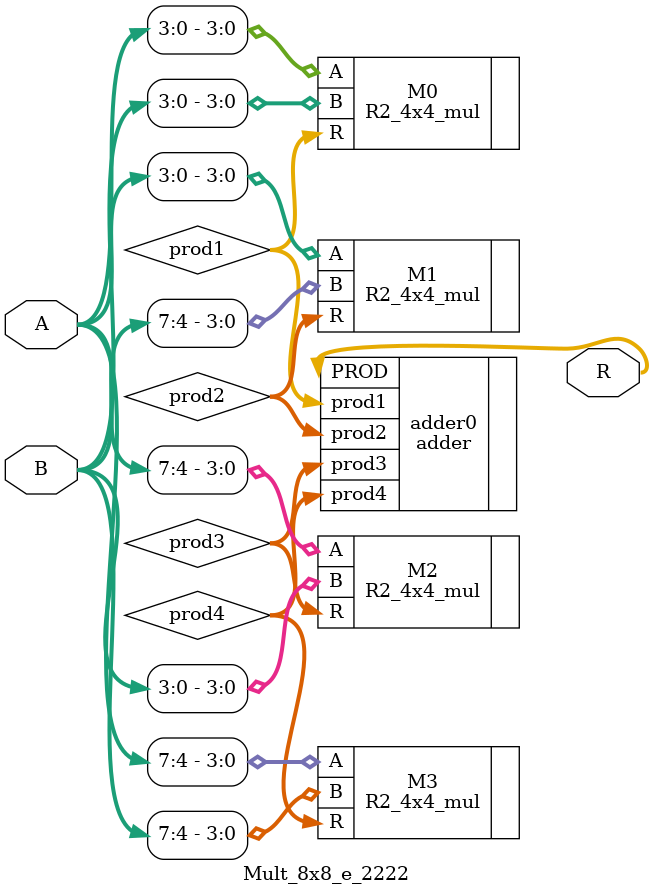
<source format=v>
module Mult_8x8_e_2222(
input [7:0] A,
input [7:0] B,
output [15:0]R
);
wire [7:0]prod1;
wire [7:0]prod2;
wire [7:0]prod3;
wire [7:0]prod4;

R2_4x4_mul M0(.A(A[3:0]),.B(B[3:0]),.R(prod1));
R2_4x4_mul M1(.A(A[3:0]),.B(B[7:4]),.R(prod2));
R2_4x4_mul M2(.A(A[7:4]),.B(B[3:0]),.R(prod3));
R2_4x4_mul M3(.A(A[7:4]),.B(B[7:4]),.R(prod4));
adder adder0(.prod1(prod1),.prod2(prod2),.prod3(prod3),.prod4(prod4),.PROD(R));
endmodule

</source>
